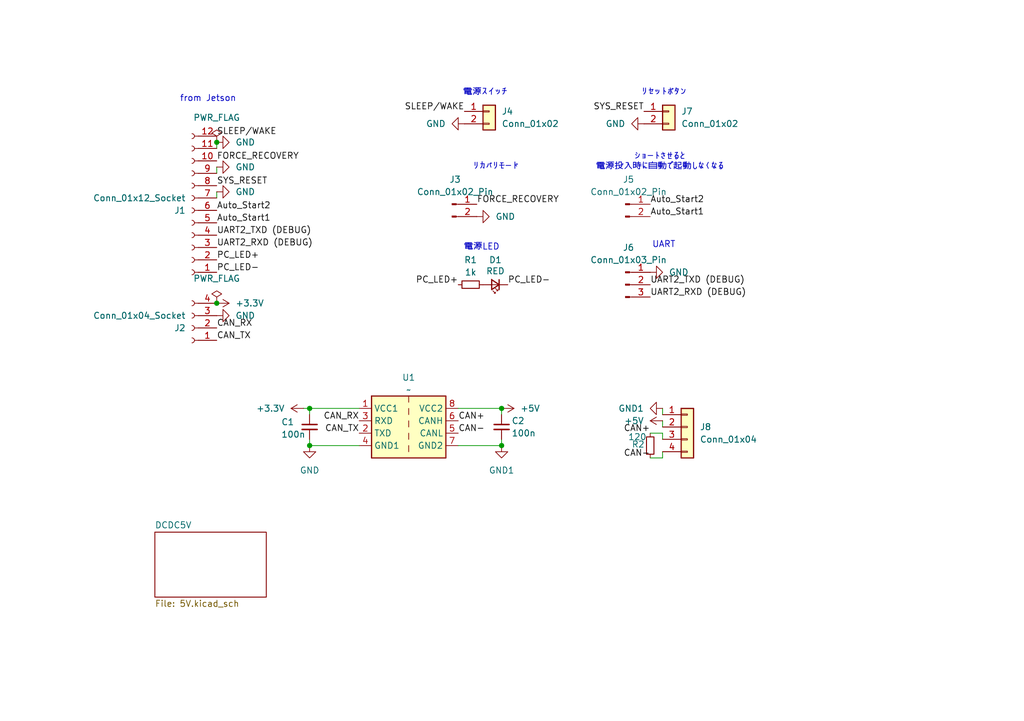
<source format=kicad_sch>
(kicad_sch (version 20231120) (generator "eeschema") (generator_version "8.0")
  (paper "A5")
  (lib_symbols
    (symbol "Connector:Conn_01x02_Pin" (pin_names (offset 1.016) hide)
      (property "Reference" "J" (at 0 2.54 0))
      (property "Value" "Conn_01x02_Pin" (at 0 -5.08 0))
      (symbol "Conn_01x02_Pin_1_1"
        (polyline (pts (xy 1.27 -2.54) (xy 0.8636 -2.54)) (stroke (width 0.1524)))
        (polyline (pts (xy 1.27 0) (xy 0.8636 0)) (stroke (width 0.1524)))
        (rectangle (start 0.8636 -2.413) (end 0 -2.667) (stroke (width 0.1524)) (fill (type outline)))
        (rectangle (start 0.8636 0.127) (end 0 -0.127) (stroke (width 0.1524)) (fill (type outline)))
        (pin passive line (at 5.08 0 180) (length 3.81) (name "Pin_1") (number "1"))
        (pin passive line (at 5.08 -2.54 180) (length 3.81) (name "Pin_2") (number "2"))
      )
    )
    (symbol "Connector:Conn_01x03_Pin" (pin_names (offset 1.016) hide)
      (property "Reference" "J" (at 0 5.08 0))
      (property "Value" "Conn_01x03_Pin" (at 0 -5.08 0))
      (symbol "Conn_01x03_Pin_1_1"
        (polyline (pts (xy 1.27 -2.54) (xy 0.8636 -2.54)) (stroke (width 0.1524)))
        (polyline (pts (xy 1.27 0) (xy 0.8636 0)) (stroke (width 0.1524)))
        (polyline (pts (xy 1.27 2.54) (xy 0.8636 2.54)) (stroke (width 0.1524)))
        (rectangle (start 0.8636 -2.413) (end 0 -2.667) (stroke (width 0.1524)) (fill (type outline)))
        (rectangle (start 0.8636 0.127) (end 0 -0.127) (stroke (width 0.1524)) (fill (type outline)))
        (rectangle (start 0.8636 2.667) (end 0 2.413) (stroke (width 0.1524)) (fill (type outline)))
        (pin passive line (at 5.08 2.54 180) (length 3.81) (name "Pin_1") (number "1"))
        (pin passive line (at 5.08 0 180) (length 3.81) (name "Pin_2") (number "2"))
        (pin passive line (at 5.08 -2.54 180) (length 3.81) (name "Pin_3") (number "3"))
      )
    )
    (symbol "Connector:Conn_01x04_Socket" (pin_names (offset 1.016) hide)
      (property "Reference" "J" (at 0 5.08 0))
      (property "Value" "Conn_01x04_Socket" (at 0 -7.62 0))
      (symbol "Conn_01x04_Socket_1_1"
        (arc (start 0 -4.572) (mid -0.5058 -5.08) (end 0 -5.588) (stroke (width 0.1524)))
        (arc (start 0 -2.032) (mid -0.5058 -2.54) (end 0 -3.048) (stroke (width 0.1524)))
        (polyline (pts (xy -1.27 -5.08) (xy -0.508 -5.08)) (stroke (width 0.1524)))
        (polyline (pts (xy -1.27 -2.54) (xy -0.508 -2.54)) (stroke (width 0.1524)))
        (polyline (pts (xy -1.27 0) (xy -0.508 0)) (stroke (width 0.1524)))
        (polyline (pts (xy -1.27 2.54) (xy -0.508 2.54)) (stroke (width 0.1524)))
        (arc (start 0 0.508) (mid -0.5058 0) (end 0 -0.508) (stroke (width 0.1524)))
        (arc (start 0 3.048) (mid -0.5058 2.54) (end 0 2.032) (stroke (width 0.1524)))
        (pin passive line (at -5.08 2.54 0) (length 3.81) (name "Pin_1") (number "1"))
        (pin passive line (at -5.08 0 0) (length 3.81) (name "Pin_2") (number "2"))
        (pin passive line (at -5.08 -2.54 0) (length 3.81) (name "Pin_3") (number "3"))
        (pin passive line (at -5.08 -5.08 0) (length 3.81) (name "Pin_4") (number "4"))
      )
    )
    (symbol "Connector:Conn_01x12_Socket" (pin_names (offset 1.016) hide)
      (property "Reference" "J" (at 0 15.24 0))
      (property "Value" "Conn_01x12_Socket" (at 0 -17.78 0))
      (symbol "Conn_01x12_Socket_1_1"
        (arc (start 0 -14.732) (mid -0.5058 -15.24) (end 0 -15.748) (stroke (width 0.1524)))
        (arc (start 0 -12.192) (mid -0.5058 -12.7) (end 0 -13.208) (stroke (width 0.1524)))
        (arc (start 0 -9.652) (mid -0.5058 -10.16) (end 0 -10.668) (stroke (width 0.1524)))
        (arc (start 0 -7.112) (mid -0.5058 -7.62) (end 0 -8.128) (stroke (width 0.1524)))
        (arc (start 0 -4.572) (mid -0.5058 -5.08) (end 0 -5.588) (stroke (width 0.1524)))
        (arc (start 0 -2.032) (mid -0.5058 -2.54) (end 0 -3.048) (stroke (width 0.1524)))
        (polyline (pts (xy -1.27 -15.24) (xy -0.508 -15.24)) (stroke (width 0.1524)))
        (polyline (pts (xy -1.27 -12.7) (xy -0.508 -12.7)) (stroke (width 0.1524)))
        (polyline (pts (xy -1.27 -10.16) (xy -0.508 -10.16)) (stroke (width 0.1524)))
        (polyline (pts (xy -1.27 -7.62) (xy -0.508 -7.62)) (stroke (width 0.1524)))
        (polyline (pts (xy -1.27 -5.08) (xy -0.508 -5.08)) (stroke (width 0.1524)))
        (polyline (pts (xy -1.27 -2.54) (xy -0.508 -2.54)) (stroke (width 0.1524)))
        (polyline (pts (xy -1.27 0) (xy -0.508 0)) (stroke (width 0.1524)))
        (polyline (pts (xy -1.27 2.54) (xy -0.508 2.54)) (stroke (width 0.1524)))
        (polyline (pts (xy -1.27 5.08) (xy -0.508 5.08)) (stroke (width 0.1524)))
        (polyline (pts (xy -1.27 7.62) (xy -0.508 7.62)) (stroke (width 0.1524)))
        (polyline (pts (xy -1.27 10.16) (xy -0.508 10.16)) (stroke (width 0.1524)))
        (polyline (pts (xy -1.27 12.7) (xy -0.508 12.7)) (stroke (width 0.1524)))
        (arc (start 0 0.508) (mid -0.5058 0) (end 0 -0.508) (stroke (width 0.1524)))
        (arc (start 0 3.048) (mid -0.5058 2.54) (end 0 2.032) (stroke (width 0.1524)))
        (arc (start 0 5.588) (mid -0.5058 5.08) (end 0 4.572) (stroke (width 0.1524)))
        (arc (start 0 8.128) (mid -0.5058 7.62) (end 0 7.112) (stroke (width 0.1524)))
        (arc (start 0 10.668) (mid -0.5058 10.16) (end 0 9.652) (stroke (width 0.1524)))
        (arc (start 0 13.208) (mid -0.5058 12.7) (end 0 12.192) (stroke (width 0.1524)))
        (pin passive line (at -5.08 12.7 0) (length 3.81) (name "Pin_1") (number "1"))
        (pin passive line (at -5.08 -10.16 0) (length 3.81) (name "Pin_10") (number "10"))
        (pin passive line (at -5.08 -12.7 0) (length 3.81) (name "Pin_11") (number "11"))
        (pin passive line (at -5.08 -15.24 0) (length 3.81) (name "Pin_12") (number "12"))
        (pin passive line (at -5.08 10.16 0) (length 3.81) (name "Pin_2") (number "2"))
        (pin passive line (at -5.08 7.62 0) (length 3.81) (name "Pin_3") (number "3"))
        (pin passive line (at -5.08 5.08 0) (length 3.81) (name "Pin_4") (number "4"))
        (pin passive line (at -5.08 2.54 0) (length 3.81) (name "Pin_5") (number "5"))
        (pin passive line (at -5.08 0 0) (length 3.81) (name "Pin_6") (number "6"))
        (pin passive line (at -5.08 -2.54 0) (length 3.81) (name "Pin_7") (number "7"))
        (pin passive line (at -5.08 -5.08 0) (length 3.81) (name "Pin_8") (number "8"))
        (pin passive line (at -5.08 -7.62 0) (length 3.81) (name "Pin_9") (number "9"))
      )
    )
    (symbol "Connector_Generic:Conn_01x02" (pin_names (offset 1.016) hide)
      (property "Reference" "J" (at 0 2.54 0))
      (property "Value" "Conn_01x02" (at 0 -5.08 0))
      (symbol "Conn_01x02_1_1"
        (rectangle (start -1.27 -2.413) (end 0 -2.667) (stroke (width 0.1524)))
        (rectangle (start -1.27 0.127) (end 0 -0.127) (stroke (width 0.1524)))
        (rectangle (start -1.27 1.27) (end 1.27 -3.81) (stroke (width 0.254)) (fill (type background)))
        (pin passive line (at -5.08 0 0) (length 3.81) (name "Pin_1") (number "1"))
        (pin passive line (at -5.08 -2.54 0) (length 3.81) (name "Pin_2") (number "2"))
      )
    )
    (symbol "Connector_Generic:Conn_01x04" (pin_names (offset 1.016) hide)
      (property "Reference" "J" (at 0 5.08 0))
      (property "Value" "Conn_01x04" (at 0 -7.62 0))
      (symbol "Conn_01x04_1_1"
        (rectangle (start -1.27 -4.953) (end 0 -5.207) (stroke (width 0.1524)))
        (rectangle (start -1.27 -2.413) (end 0 -2.667) (stroke (width 0.1524)))
        (rectangle (start -1.27 0.127) (end 0 -0.127) (stroke (width 0.1524)))
        (rectangle (start -1.27 2.667) (end 0 2.413) (stroke (width 0.1524)))
        (rectangle (start -1.27 3.81) (end 1.27 -6.35) (stroke (width 0.254)) (fill (type background)))
        (pin passive line (at -5.08 2.54 0) (length 3.81) (name "Pin_1") (number "1"))
        (pin passive line (at -5.08 0 0) (length 3.81) (name "Pin_2") (number "2"))
        (pin passive line (at -5.08 -2.54 0) (length 3.81) (name "Pin_3") (number "3"))
        (pin passive line (at -5.08 -5.08 0) (length 3.81) (name "Pin_4") (number "4"))
      )
    )
    (symbol "Device:C_Small" (pin_numbers hide) (pin_names (offset 0.254) hide)
      (property "Reference" "C" (at 0.254 1.778 0))
      (property "Value" "C_Small" (at 0.254 -2.032 0))
      (symbol "C_Small_0_1"
        (polyline (pts (xy -1.524 -0.508) (xy 1.524 -0.508)) (stroke (width 0.3302)))
        (polyline (pts (xy -1.524 0.508) (xy 1.524 0.508)) (stroke (width 0.3048)))
      )
      (symbol "C_Small_1_1"
        (pin passive line (at 0 2.54 270) (length 2.032) (name "~") (number "1"))
        (pin passive line (at 0 -2.54 90) (length 2.032) (name "~") (number "2"))
      )
    )
    (symbol "Device:LED_Small" (pin_numbers hide) (pin_names (offset 0.254) hide)
      (property "Reference" "D" (at -1.27 3.175 0))
      (property "Value" "LED_Small" (at -4.445 -2.54 0))
      (symbol "LED_Small_0_1"
        (polyline (pts (xy -0.762 -1.016) (xy -0.762 1.016)) (stroke (width 0.254)))
        (polyline (pts (xy 1.016 0) (xy -0.762 0)))
        (polyline (pts (xy 0.762 -1.016) (xy -0.762 0) (xy 0.762 1.016) (xy 0.762 -1.016)) (stroke (width 0.254)))
        (polyline (pts (xy 0 0.762) (xy -0.508 1.27) (xy -0.254 1.27) (xy -0.508 1.27) (xy -0.508 1.016)))
        (polyline (pts (xy 0.508 1.27) (xy 0 1.778) (xy 0.254 1.778) (xy 0 1.778) (xy 0 1.524)))
      )
      (symbol "LED_Small_1_1"
        (pin passive line (at -2.54 0 0) (length 1.778) (name "K") (number "1"))
        (pin passive line (at 2.54 0 180) (length 1.778) (name "A") (number "2"))
      )
    )
    (symbol "Device:R_Small" (pin_numbers hide) (pin_names (offset 0.254) hide)
      (property "Reference" "R" (at 0.762 0.508 0))
      (property "Value" "R_Small" (at 0.762 -1.016 0))
      (symbol "R_Small_0_1"
        (rectangle (start -0.762 1.778) (end 0.762 -1.778) (stroke (width 0.2032)))
      )
      (symbol "R_Small_1_1"
        (pin passive line (at 0 2.54 270) (length 0.762) (name "~") (number "1"))
        (pin passive line (at 0 -2.54 90) (length 0.762) (name "~") (number "2"))
      )
    )
    (symbol "Interface_CAN_LIN:ISO1044BD"
      (property "Reference" "U" (at -6.35 6.35 0))
      (property "Value" "ISO1044BD" (at 2.54 6.35 0))
      (symbol "ISO1044BD_0_1"
        (rectangle (start -7.62 5.08) (end 7.62 -7.62) (stroke (width 0.254)) (fill (type background)))
        (polyline (pts (xy 0 -5.08) (xy 0 -6.35)))
        (polyline (pts (xy 0 -2.54) (xy 0 -3.81)))
        (polyline (pts (xy 0 0) (xy 0 -1.27)))
        (polyline (pts (xy 0 2.54) (xy 0 1.27)))
        (polyline (pts (xy 0 5.08) (xy 0 3.81)))
      )
      (symbol "ISO1044BD_1_1"
        (pin power_in line (at -10.16 2.54 0) (length 2.54) (name "VCC1") (number "1"))
        (pin input line (at -10.16 -2.54 0) (length 2.54) (name "TXD") (number "2"))
        (pin output line (at -10.16 0 0) (length 2.54) (name "RXD") (number "3"))
        (pin power_in line (at -10.16 -5.08 0) (length 2.54) (name "GND1") (number "4"))
        (pin bidirectional line (at 10.16 -2.54 180) (length 2.54) (name "CANL") (number "5"))
        (pin bidirectional line (at 10.16 0 180) (length 2.54) (name "CANH") (number "6"))
        (pin power_in line (at 10.16 -5.08 180) (length 2.54) (name "GND2") (number "7"))
        (pin power_in line (at 10.16 2.54 180) (length 2.54) (name "VCC2") (number "8"))
      )
    )
    (symbol "power:+3.3V" (power) (pin_numbers hide) (pin_names (offset 0) hide)
      (property "Value" "+3.3V" (at 0 3.556 0))
      (symbol "+3.3V_0_1"
        (polyline (pts (xy -0.762 1.27) (xy 0 2.54)))
        (polyline (pts (xy 0 0) (xy 0 2.54)))
        (polyline (pts (xy 0 2.54) (xy 0.762 1.27)))
      )
      (symbol "+3.3V_1_1"
        (pin power_in line (at 0 0 90) (length 0) (name "~") (number "1"))
      )
    )
    (symbol "power:+5V" (power) (pin_numbers hide) (pin_names (offset 0) hide)
      (property "Value" "+5V" (at 0 3.556 0))
      (symbol "+5V_0_1"
        (polyline (pts (xy -0.762 1.27) (xy 0 2.54)))
        (polyline (pts (xy 0 0) (xy 0 2.54)))
        (polyline (pts (xy 0 2.54) (xy 0.762 1.27)))
      )
      (symbol "+5V_1_1"
        (pin power_in line (at 0 0 90) (length 0) (name "~") (number "1"))
      )
    )
    (symbol "power:GND" (power) (pin_numbers hide) (pin_names (offset 0) hide)
      (property "Value" "GND" (at 0 -3.81 0))
      (symbol "GND_0_1"
        (polyline (pts (xy 0 0) (xy 0 -1.27) (xy 1.27 -1.27) (xy 0 -2.54) (xy -1.27 -1.27) (xy 0 -1.27)))
      )
      (symbol "GND_1_1"
        (pin power_in line (at 0 0 270) (length 0) (name "~") (number "1"))
      )
    )
    (symbol "power:GND1" (power) (pin_numbers hide) (pin_names (offset 0) hide)
      (property "Value" "GND1" (at 0 -3.81 0))
      (symbol "GND1_0_1"
        (polyline (pts (xy 0 0) (xy 0 -1.27) (xy 1.27 -1.27) (xy 0 -2.54) (xy -1.27 -1.27) (xy 0 -1.27)))
      )
      (symbol "GND1_1_1"
        (pin power_in line (at 0 0 270) (length 0) (name "~") (number "1"))
      )
    )
    (symbol "power:PWR_FLAG" (power) (pin_numbers hide) (pin_names (offset 0) hide)
      (property "Value" "PWR_FLAG" (at 0 3.81 0))
      (symbol "PWR_FLAG_0_0"
        (pin power_out line (at 0 0 90) (length 0) (name "~") (number "1"))
      )
      (symbol "PWR_FLAG_0_1"
        (polyline (pts (xy 0 0) (xy 0 1.27) (xy -1.016 1.905) (xy 0 2.54) (xy 1.016 1.905) (xy 0 1.27)))
      )
    )
  )
  (junction (at 44.45 29.21))
  (junction (at 63.5 83.82))
  (junction (at 44.45 62.23))
  (junction (at 102.87 91.44))
  (junction (at 63.5 91.44))
  (junction (at 102.87 83.82))
  (wire (pts (xy 102.87 91.44) (xy 102.87 90.17)))
  (wire (pts (xy 63.5 83.82) (xy 73.66 83.82)))
  (wire (pts (xy 135.89 83.82) (xy 135.89 85.09)))
  (wire (pts (xy 135.89 88.9) (xy 135.89 90.17)))
  (wire (pts (xy 135.89 88.9) (xy 133.35 88.9)))
  (wire (pts (xy 93.98 91.44) (xy 102.87 91.44)))
  (wire (pts (xy 62.23 83.82) (xy 63.5 83.82)))
  (wire (pts (xy 63.5 91.44) (xy 73.66 91.44)))
  (wire (pts (xy 135.89 93.98) (xy 135.89 92.71)))
  (wire (pts (xy 93.98 83.82) (xy 102.87 83.82)))
  (wire (pts (xy 44.45 34.29) (xy 44.45 35.56)))
  (wire (pts (xy 135.89 86.36) (xy 135.89 87.63)))
  (wire (pts (xy 63.5 85.09) (xy 63.5 83.82)))
  (wire (pts (xy 102.87 83.82) (xy 102.87 85.09)))
  (wire (pts (xy 44.45 39.37) (xy 44.45 40.64)))
  (wire (pts (xy 63.5 90.17) (xy 63.5 91.44)))
  (wire (pts (xy 135.89 93.98) (xy 133.35 93.98)))
  (wire (pts (xy 44.45 29.21) (xy 44.45 30.48)))
  (text "電源LED" (at 98.806 50.8 0) (effects (font (size 1.27 1.27))))
  (text "電源スイッチ" (at 99.568 19.05 0) (effects (font (size 1.27 1.27))))
  (text "from Jetson" (at 42.672 20.32 0) (effects (font (size 1.27 1.27))))
  (text "リセットボタン" (at 136.144 19.05 0) (effects (font (size 1.27 1.27))))
  (text "UART" (at 136.144 50.292 0) (effects (font (size 1.27 1.27))))
  (text "リカバリモード" (at 101.6 34.29 0) (effects (font (size 1.27 1.27))))
  (text "ショートさせると\n電源投入時に自動で起動しなくなる" (at 135.382 33.274 0) (effects (font (size 1.27 1.27))))
  (label "CAN-" (at 133.35 93.98 180))
  (label "PC_LED-" (at 44.45 55.88 0))
  (label "UART2_RXD (DEBUG)" (at 44.45 50.8 0))
  (label "PC_LED-" (at 104.14 58.42 0))
  (label "CAN-" (at 93.98 88.9 0))
  (label "SYS_RESET" (at 132.08 22.86 180))
  (label "FORCE_RECOVERY" (at 97.79 41.91 0))
  (label "CAN_RX" (at 44.45 67.31 0))
  (label "SLEEP{slash}WAKE" (at 44.45 27.94 0))
  (label "CAN_RX" (at 73.66 86.36 180))
  (label "UART2_TXD (DEBUG)" (at 133.35 58.42 0))
  (label "CAN_TX" (at 73.66 88.9 180))
  (label "PC_LED+" (at 44.45 53.34 0))
  (label "Auto_Start1" (at 133.35 44.45 0))
  (label "UART2_TXD (DEBUG)" (at 44.45 48.26 0))
  (label "CAN+" (at 93.98 86.36 0))
  (label "PC_LED+" (at 93.98 58.42 180))
  (label "Auto_Start2" (at 133.35 41.91 0))
  (label "SLEEP{slash}WAKE" (at 95.25 22.86 180))
  (label "Auto_Start1" (at 44.45 45.72 0))
  (label "Auto_Start2" (at 44.45 43.18 0))
  (label "FORCE_RECOVERY" (at 44.45 33.02 0))
  (label "CAN_TX" (at 44.45 69.85 0))
  (label "SYS_RESET" (at 44.45 38.1 0))
  (label "UART2_RXD (DEBUG)" (at 133.35 60.96 0))
  (label "CAN+" (at 133.35 88.9 180))
  (symbol (lib_id "power:GND1") (at 135.89 83.82 270) (unit 1)
    (property "Reference" "#PWR014" (effects (hide yes)))
    (property "Value" "GND1" (at 132.08 83.8199 90) (effects (justify right)))
    (property "Description" "Power symbol creates a global label with name \"GND1\" , ground" (effects (hide yes)))
  )
  (symbol (lib_id "Connector:Conn_01x03_Pin") (at 128.27 58.42 0) (unit 1)
    (property "Reference" "J6" (at 128.905 50.8 0))
    (property "Value" "Conn_01x03_Pin" (at 128.905 53.34 0))
    (property "Footprint" "Connector_PinHeader_2.54mm:PinHeader_1x03_P2.54mm_Vertical" (effects (hide yes)))
    (property "Description" "Generic connector, single row, 01x03, script generated" (effects (hide yes)))
  )
  (symbol (lib_id "power:GND") (at 95.25 25.4 270) (unit 1)
    (property "Reference" "#PWR08" (effects (hide yes)))
    (property "Value" "GND" (at 91.44 25.3999 90) (effects (justify right)))
    (property "Description" "Power symbol creates a global label with name \"GND\" , ground" (effects (hide yes)))
  )
  (symbol (lib_id "Device:R_Small") (at 96.52 58.42 90) (unit 1)
    (property "Reference" "R1" (at 96.52 53.34 90))
    (property "Value" "1k" (at 96.52 55.88 90))
    (property "Footprint" "Capacitor_SMD:C_0603_1608Metric_Pad1.08x0.95mm_HandSolder" (effects (hide yes)))
    (property "Description" "Resistor, small symbol" (effects (hide yes)))
  )
  (symbol (lib_id "Connector_Generic:Conn_01x02") (at 100.33 22.86 0) (unit 1)
    (property "Reference" "J4" (at 102.87 22.8599 0) (effects (justify left)))
    (property "Value" "Conn_01x02" (at 102.87 25.3999 0) (effects (justify left)))
    (property "Footprint" "Connector_JST:JST_XA_B02B-XASK-1_1x02_P2.50mm_Vertical" (effects (hide yes)))
    (property "Description" "Generic connector, single row, 01x02, script generated (kicad-library-utils/schlib/autogen/connector/)" (effects (hide yes)))
  )
  (symbol (lib_id "power:GND1") (at 102.87 91.44 0) (unit 1)
    (property "Reference" "#PWR011" (effects (hide yes)))
    (property "Value" "GND1" (at 102.87 96.52 0))
    (property "Description" "Power symbol creates a global label with name \"GND1\" , ground" (effects (hide yes)))
  )
  (symbol (lib_id "power:GND") (at 97.79 44.45 90) (unit 1)
    (property "Reference" "#PWR09" (effects (hide yes)))
    (property "Value" "GND" (at 101.6 44.4499 90) (effects (justify right)))
    (property "Description" "Power symbol creates a global label with name \"GND\" , ground" (effects (hide yes)))
  )
  (symbol (lib_id "Device:C_Small") (at 63.5 87.63 0) (unit 1)
    (property "Reference" "C1" (at 57.658 86.614 0) (effects (justify left)))
    (property "Value" "100n" (at 57.658 89.154 0) (effects (justify left)))
    (property "Footprint" "Capacitor_SMD:C_0603_1608Metric_Pad1.08x0.95mm_HandSolder" (effects (hide yes)))
    (property "Description" "Unpolarized capacitor, small symbol" (effects (hide yes)))
  )
  (symbol (lib_id "Connector_Generic:Conn_01x04") (at 140.97 87.63 0) (unit 1)
    (property "Reference" "J8" (at 143.51 87.6299 0) (effects (justify left)))
    (property "Value" "Conn_01x04" (at 143.51 90.1699 0) (effects (justify left)))
    (property "Footprint" "e-CON:e-CON_1×04" (effects (hide yes)))
    (property "Description" "Generic connector, single row, 01x04, script generated (kicad-library-utils/schlib/autogen/connector/)" (effects (hide yes)))
  )
  (symbol (lib_id "power:GND") (at 44.45 39.37 90) (unit 1)
    (property "Reference" "#PWR03" (effects (hide yes)))
    (property "Value" "GND" (at 48.26 39.3699 90) (effects (justify right)))
    (property "Description" "Power symbol creates a global label with name \"GND\" , ground" (effects (hide yes)))
  )
  (symbol (lib_id "power:+5V") (at 135.89 86.36 90) (unit 1)
    (property "Reference" "#PWR015" (effects (hide yes)))
    (property "Value" "+5V" (at 132.08 86.3599 90) (effects (justify left)))
    (property "Description" "Power symbol creates a global label with name \"+5V\"" (effects (hide yes)))
  )
  (symbol (lib_id "Connector:Conn_01x12_Socket") (at 39.37 43.18 180) (unit 1)
    (property "Reference" "J1" (at 38.1 43.1801 0) (effects (justify left)))
    (property "Value" "Conn_01x12_Socket" (at 38.1 40.6401 0) (effects (justify left)))
    (property "Footprint" "Connector_PinSocket_2.54mm:PinSocket_1x12_P2.54mm_Horizontal" (effects (hide yes)))
    (property "Description" "Generic connector, single row, 01x12, script generated" (effects (hide yes)))
  )
  (symbol (lib_id "Device:R_Small") (at 133.35 91.44 0) (unit 1)
    (property "Reference" "R2" (at 129.54 91.186 0) (effects (justify left)))
    (property "Value" "120" (at 128.778 89.662 0) (effects (justify left)))
    (property "Footprint" "Capacitor_SMD:C_0603_1608Metric_Pad1.08x0.95mm_HandSolder" (effects (hide yes)))
    (property "Description" "Resistor, small symbol" (effects (hide yes)))
  )
  (symbol (lib_id "power:GND") (at 133.35 55.88 90) (unit 1)
    (property "Reference" "#PWR013" (effects (hide yes)))
    (property "Value" "GND" (at 137.16 55.8799 90) (effects (justify right)))
    (property "Description" "Power symbol creates a global label with name \"GND\" , ground" (effects (hide yes)))
  )
  (symbol (lib_id "power:PWR_FLAG") (at 44.45 29.21 0) (unit 1)
    (property "Reference" "#FLG01" (effects (hide yes)))
    (property "Value" "PWR_FLAG" (at 44.45 24.13 0))
    (property "Description" "Special symbol for telling ERC where power comes from" (effects (hide yes)))
  )
  (symbol (lib_id "power:GND") (at 63.5 91.44 0) (unit 1)
    (property "Reference" "#PWR07" (effects (hide yes)))
    (property "Value" "GND" (at 63.5 96.52 0))
    (property "Description" "Power symbol creates a global label with name \"GND\" , ground" (effects (hide yes)))
  )
  (symbol (lib_id "Device:LED_Small") (at 101.6 58.42 180) (unit 1)
    (property "Reference" "D1" (at 101.6 53.34 0))
    (property "Value" "RED" (at 101.6 55.626 0))
    (property "Footprint" "LED_SMD:LED_0603_1608Metric_Pad1.05x0.95mm_HandSolder" (effects (hide yes)))
    (property "Description" "Light emitting diode, small symbol" (effects (hide yes)))
  )
  (symbol (lib_id "power:GND") (at 132.08 25.4 270) (unit 1)
    (property "Reference" "#PWR012" (effects (hide yes)))
    (property "Value" "GND" (at 128.27 25.3999 90) (effects (justify right)))
    (property "Description" "Power symbol creates a global label with name \"GND\" , ground" (effects (hide yes)))
  )
  (symbol (lib_id "power:GND") (at 44.45 29.21 90) (unit 1)
    (property "Reference" "#PWR01" (effects (hide yes)))
    (property "Value" "GND" (at 48.26 29.2099 90) (effects (justify right)))
    (property "Description" "Power symbol creates a global label with name \"GND\" , ground" (effects (hide yes)))
  )
  (symbol (lib_id "Device:C_Small") (at 102.87 87.63 0) (unit 1)
    (property "Reference" "C2" (at 104.902 86.36 0) (effects (justify left)))
    (property "Value" "100n" (at 104.902 88.9 0) (effects (justify left)))
    (property "Footprint" "Capacitor_SMD:C_0603_1608Metric_Pad1.08x0.95mm_HandSolder" (effects (hide yes)))
    (property "Description" "Unpolarized capacitor, small symbol" (effects (hide yes)))
  )
  (symbol (lib_id "power:+5V") (at 102.87 83.82 270) (unit 1)
    (property "Reference" "#PWR010" (effects (hide yes)))
    (property "Value" "+5V" (at 106.68 83.8199 90) (effects (justify left)))
    (property "Description" "Power symbol creates a global label with name \"+5V\"" (effects (hide yes)))
  )
  (symbol (lib_id "Connector_Generic:Conn_01x02") (at 137.16 22.86 0) (unit 1)
    (property "Reference" "J7" (at 139.7 22.8599 0) (effects (justify left)))
    (property "Value" "Conn_01x02" (at 139.7 25.3999 0) (effects (justify left)))
    (property "Footprint" "Connector_JST:JST_XA_B02B-XASK-1_1x02_P2.50mm_Vertical" (effects (hide yes)))
    (property "Description" "Generic connector, single row, 01x02, script generated (kicad-library-utils/schlib/autogen/connector/)" (effects (hide yes)))
  )
  (symbol (lib_id "power:+3.3V") (at 62.23 83.82 90) (unit 1)
    (property "Reference" "#PWR06" (effects (hide yes)))
    (property "Value" "+3.3V" (at 58.42 83.8199 90) (effects (justify left)))
    (property "Description" "Power symbol creates a global label with name \"+3.3V\"" (effects (hide yes)))
  )
  (symbol (lib_id "power:GND") (at 44.45 64.77 90) (unit 1)
    (property "Reference" "#PWR05" (effects (hide yes)))
    (property "Value" "GND" (at 48.26 64.7699 90) (effects (justify right)))
    (property "Description" "Power symbol creates a global label with name \"GND\" , ground" (effects (hide yes)))
  )
  (symbol (lib_id "Connector:Conn_01x02_Pin") (at 92.71 41.91 0) (unit 1)
    (property "Reference" "J3" (at 93.345 36.83 0))
    (property "Value" "Conn_01x02_Pin" (at 93.345 39.37 0))
    (property "Footprint" "Connector_PinHeader_2.54mm:PinHeader_1x02_P2.54mm_Vertical" (effects (hide yes)))
    (property "Description" "Generic connector, single row, 01x02, script generated" (effects (hide yes)))
  )
  (symbol (lib_id "Connector:Conn_01x02_Pin") (at 128.27 41.91 0) (unit 1)
    (property "Reference" "J5" (at 128.905 36.83 0))
    (property "Value" "Conn_01x02_Pin" (at 128.905 39.37 0))
    (property "Footprint" "Connector_PinHeader_2.54mm:PinHeader_1x02_P2.54mm_Vertical" (effects (hide yes)))
    (property "Description" "Generic connector, single row, 01x02, script generated" (effects (hide yes)))
  )
  (symbol (lib_id "Interface_CAN_LIN:ISO1044BD") (at 83.82 86.36 0) (unit 1)
    (property "Reference" "U1" (at 83.82 77.47 0))
    (property "Value" "~" (at 83.82 80.01 0))
    (property "Footprint" "Package_SO:SOIC-8_3.9x4.9mm_P1.27mm" (effects (hide yes)))
    (property "Datasheet" "https://www.ti.com/lit/ds/symlink/iso1044.pdf" (effects (hide yes)))
    (property "Description" "Isolated CAN FD Transceiver, SOIC-8" (effects (hide yes)))
  )
  (symbol (lib_id "power:PWR_FLAG") (at 44.45 62.23 0) (unit 1)
    (property "Reference" "#FLG02" (effects (hide yes)))
    (property "Value" "PWR_FLAG" (at 44.45 57.15 0))
    (property "Description" "Special symbol for telling ERC where power comes from" (effects (hide yes)))
  )
  (symbol (lib_id "power:+3.3V") (at 44.45 62.23 270) (unit 1)
    (property "Reference" "#PWR04" (effects (hide yes)))
    (property "Value" "+3.3V" (at 48.26 62.2299 90) (effects (justify left)))
    (property "Description" "Power symbol creates a global label with name \"+3.3V\"" (effects (hide yes)))
  )
  (symbol (lib_id "power:GND") (at 44.45 34.29 90) (unit 1)
    (property "Reference" "#PWR02" (effects (hide yes)))
    (property "Value" "GND" (at 48.26 34.2899 90) (effects (justify right)))
    (property "Description" "Power symbol creates a global label with name \"GND\" , ground" (effects (hide yes)))
  )
  (symbol (lib_id "Connector:Conn_01x04_Socket") (at 39.37 67.31 180) (unit 1)
    (property "Reference" "J2" (at 38.1 67.3101 0) (effects (justify left)))
    (property "Value" "Conn_01x04_Socket" (at 38.1 64.7701 0) (effects (justify left)))
    (property "Footprint" "Connector_PinSocket_2.54mm:PinSocket_1x04_P2.54mm_Horizontal" (effects (hide yes)))
    (property "Description" "Generic connector, single row, 01x04, script generated" (effects (hide yes)))
  )
  (sheet (at 31.75 109.22) (size 22.86 13.335) (stroke (width 0.1524))
    (property "Sheetname" "DCDC5V" (at 31.75 108.5084 0) (effects (justify left bottom)))
    (property "Sheetfile" "5V.kicad_sch" (at 31.75 123.1396 0) (effects (justify left top)))
  )
)
</source>
